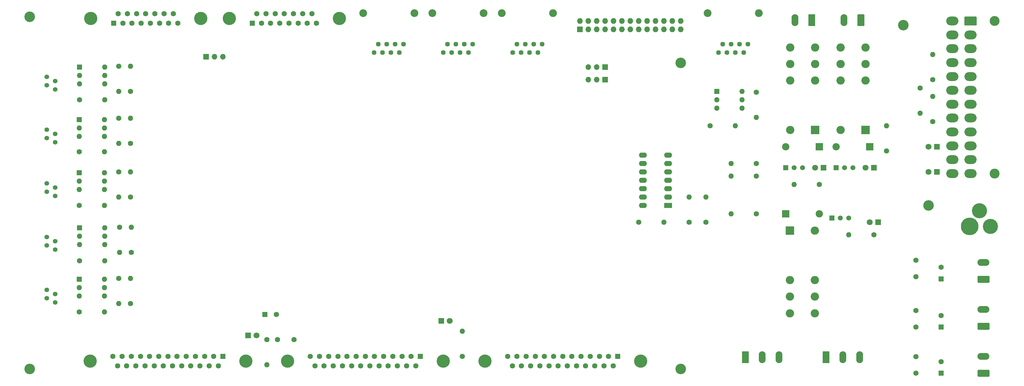
<source format=gbr>
G04 #@! TF.GenerationSoftware,KiCad,Pcbnew,5.1.5-52549c5~86~ubuntu18.04.1*
G04 #@! TF.CreationDate,2020-04-28T19:14:53+01:00*
G04 #@! TF.ProjectId,UnifiedBreakout,556e6966-6965-4644-9272-65616b6f7574,rev?*
G04 #@! TF.SameCoordinates,Original*
G04 #@! TF.FileFunction,Soldermask,Bot*
G04 #@! TF.FilePolarity,Negative*
%FSLAX46Y46*%
G04 Gerber Fmt 4.6, Leading zero omitted, Abs format (unit mm)*
G04 Created by KiCad (PCBNEW 5.1.5-52549c5~86~ubuntu18.04.1) date 2020-04-28 19:14:53*
%MOMM*%
%LPD*%
G04 APERTURE LIST*
%ADD10R,1.600000X1.600000*%
%ADD11C,1.600000*%
%ADD12C,4.000000*%
%ADD13C,2.355000*%
%ADD14C,1.446000*%
%ADD15O,1.600000X1.600000*%
%ADD16C,3.200000*%
%ADD17O,1.727200X1.727200*%
%ADD18R,1.727200X1.727200*%
%ADD19C,4.575000*%
%ADD20C,5.340000*%
%ADD21C,1.400000*%
%ADD22O,2.080000X3.600000*%
%ADD23C,0.100000*%
%ADD24C,3.000000*%
%ADD25O,3.700000X2.700000*%
%ADD26O,2.400000X1.600000*%
%ADD27R,2.400000X1.600000*%
%ADD28O,2.500000X2.500000*%
%ADD29R,2.500000X2.500000*%
%ADD30R,1.500000X1.500000*%
%ADD31C,1.500000*%
%ADD32O,1.700000X1.700000*%
%ADD33R,1.700000X1.700000*%
%ADD34O,3.600000X2.080000*%
%ADD35O,2.200000X2.200000*%
%ADD36R,2.200000X2.200000*%
%ADD37C,1.800000*%
%ADD38R,1.800000X1.800000*%
G04 APERTURE END LIST*
D10*
X59690000Y-116205000D03*
D11*
X62460000Y-116205000D03*
X65230000Y-116205000D03*
X68000000Y-116205000D03*
X70770000Y-116205000D03*
X73540000Y-116205000D03*
X76310000Y-116205000D03*
X79080000Y-116205000D03*
X61075000Y-113365000D03*
X63845000Y-113365000D03*
X66615000Y-113365000D03*
X69385000Y-113365000D03*
X72155000Y-113365000D03*
X74925000Y-113365000D03*
X77695000Y-113365000D03*
D12*
X86035000Y-114785000D03*
X52735000Y-114785000D03*
D10*
X17780000Y-116205000D03*
D11*
X20550000Y-116205000D03*
X23320000Y-116205000D03*
X26090000Y-116205000D03*
X28860000Y-116205000D03*
X31630000Y-116205000D03*
X34400000Y-116205000D03*
X37170000Y-116205000D03*
X19165000Y-113365000D03*
X21935000Y-113365000D03*
X24705000Y-113365000D03*
X27475000Y-113365000D03*
X30245000Y-113365000D03*
X33015000Y-113365000D03*
X35785000Y-113365000D03*
D12*
X44125000Y-114785000D03*
X10825000Y-114785000D03*
D13*
X212850000Y-113155000D03*
X197360000Y-113155000D03*
D14*
X200660000Y-125095000D03*
X201930000Y-122555000D03*
X203200000Y-125095000D03*
X204470000Y-122555000D03*
X205740000Y-125095000D03*
X207010000Y-122555000D03*
X208280000Y-125095000D03*
X209550000Y-122555000D03*
D15*
X15113000Y-139446000D03*
D11*
X7493000Y-139446000D03*
D15*
X14986000Y-171450000D03*
D11*
X7366000Y-171450000D03*
D15*
X15113000Y-188214000D03*
D11*
X7493000Y-188214000D03*
D15*
X14986000Y-155194000D03*
D11*
X7366000Y-155194000D03*
D15*
X23114000Y-178054000D03*
D11*
X23114000Y-185674000D03*
D15*
X22860000Y-193548000D03*
D11*
X22860000Y-201168000D03*
D15*
X22860000Y-161290000D03*
D11*
X22860000Y-168910000D03*
D15*
X22860000Y-145034000D03*
D11*
X22860000Y-152654000D03*
D15*
X22860000Y-129286000D03*
D11*
X22860000Y-136906000D03*
D15*
X191770000Y-168910000D03*
D11*
X191770000Y-176530000D03*
D15*
X196850000Y-168910000D03*
D11*
X196850000Y-176530000D03*
D15*
X184150000Y-176530000D03*
D11*
X176530000Y-176530000D03*
D15*
X19558000Y-185674000D03*
D11*
X19558000Y-178054000D03*
D15*
X19304000Y-201168000D03*
D11*
X19304000Y-193548000D03*
D15*
X14986000Y-203708000D03*
D11*
X7366000Y-203708000D03*
D15*
X19304000Y-168910000D03*
D11*
X19304000Y-161290000D03*
D15*
X19304000Y-152654000D03*
D11*
X19304000Y-145034000D03*
D15*
X19304000Y-136906000D03*
D11*
X19304000Y-129286000D03*
D15*
X223520000Y-165100000D03*
D11*
X231140000Y-165100000D03*
D15*
X204470000Y-158750000D03*
D11*
X212090000Y-158750000D03*
D15*
X251460000Y-147320000D03*
D11*
X251460000Y-154940000D03*
D15*
X204470000Y-162560000D03*
D11*
X212090000Y-162560000D03*
D15*
X240030000Y-180340000D03*
D11*
X247650000Y-180340000D03*
D15*
X204470000Y-173990000D03*
D11*
X212090000Y-173990000D03*
D15*
X205740000Y-147320000D03*
D11*
X198120000Y-147320000D03*
D15*
X212090000Y-144780000D03*
D11*
X212090000Y-137160000D03*
D15*
X261620000Y-143510000D03*
D11*
X261620000Y-135890000D03*
D15*
X265430000Y-138430000D03*
D11*
X265430000Y-146050000D03*
D15*
X123190000Y-209550000D03*
D11*
X123190000Y-217170000D03*
D15*
X64135000Y-219710000D03*
D11*
X64135000Y-212090000D03*
D15*
X265430000Y-125730000D03*
D11*
X265430000Y-133350000D03*
X72310000Y-212090000D03*
X67310000Y-212090000D03*
X260350000Y-203280000D03*
X260350000Y-208280000D03*
X260350000Y-188040000D03*
X260350000Y-193040000D03*
X260350000Y-217250000D03*
X260350000Y-222250000D03*
D16*
X264160000Y-171450000D03*
X189230000Y-128270000D03*
D12*
X177110000Y-218590000D03*
X130010000Y-218590000D03*
D11*
X138325000Y-220010000D03*
X141095000Y-220010000D03*
X143865000Y-220010000D03*
X146635000Y-220010000D03*
X149405000Y-220010000D03*
X152175000Y-220010000D03*
X154945000Y-220010000D03*
X157715000Y-220010000D03*
X160485000Y-220010000D03*
X163255000Y-220010000D03*
X166025000Y-220010000D03*
X168795000Y-220010000D03*
X136940000Y-217170000D03*
X139710000Y-217170000D03*
X142480000Y-217170000D03*
X145250000Y-217170000D03*
X148020000Y-217170000D03*
X150790000Y-217170000D03*
X153560000Y-217170000D03*
X156330000Y-217170000D03*
X159100000Y-217170000D03*
X161870000Y-217170000D03*
X164640000Y-217170000D03*
X167410000Y-217170000D03*
D10*
X170180000Y-217170000D03*
D12*
X117420000Y-218590000D03*
X70320000Y-218590000D03*
D11*
X78635000Y-220010000D03*
X81405000Y-220010000D03*
X84175000Y-220010000D03*
X86945000Y-220010000D03*
X89715000Y-220010000D03*
X92485000Y-220010000D03*
X95255000Y-220010000D03*
X98025000Y-220010000D03*
X100795000Y-220010000D03*
X103565000Y-220010000D03*
X106335000Y-220010000D03*
X109105000Y-220010000D03*
X77250000Y-217170000D03*
X80020000Y-217170000D03*
X82790000Y-217170000D03*
X85560000Y-217170000D03*
X88330000Y-217170000D03*
X91100000Y-217170000D03*
X93870000Y-217170000D03*
X96640000Y-217170000D03*
X99410000Y-217170000D03*
X102180000Y-217170000D03*
X104950000Y-217170000D03*
X107720000Y-217170000D03*
D10*
X110490000Y-217170000D03*
D17*
X189230000Y-115570000D03*
X189230000Y-118110000D03*
X186690000Y-115570000D03*
X186690000Y-118110000D03*
X184150000Y-115570000D03*
X184150000Y-118110000D03*
X181610000Y-115570000D03*
X181610000Y-118110000D03*
X179070000Y-115570000D03*
X179070000Y-118110000D03*
X176530000Y-115570000D03*
X176530000Y-118110000D03*
X173990000Y-115570000D03*
X173990000Y-118110000D03*
X171450000Y-115570000D03*
X171450000Y-118110000D03*
X168910000Y-115570000D03*
X168910000Y-118110000D03*
X166370000Y-115570000D03*
X166370000Y-118110000D03*
X163830000Y-115570000D03*
X163830000Y-118110000D03*
X161290000Y-115570000D03*
X161290000Y-118110000D03*
X158750000Y-115570000D03*
D18*
X158750000Y-118110000D03*
D11*
X67000000Y-204470000D03*
D10*
X63500000Y-204470000D03*
D11*
X267970000Y-204780000D03*
D10*
X267970000Y-208280000D03*
D11*
X267970000Y-190175000D03*
D10*
X267970000Y-193675000D03*
D11*
X267970000Y-218750000D03*
D10*
X267970000Y-222250000D03*
D19*
X282856000Y-177800000D03*
X279606000Y-173000000D03*
D20*
X276606000Y-177800000D03*
D21*
X127000Y-184785000D03*
X-2413000Y-183515000D03*
X127000Y-182245000D03*
X-2413000Y-180975000D03*
X127000Y-200787000D03*
X-2413000Y-199517000D03*
X127000Y-198247000D03*
X-2413000Y-196977000D03*
X127000Y-168529000D03*
X-2413000Y-167259000D03*
X127000Y-165989000D03*
X-2413000Y-164719000D03*
X127000Y-152273000D03*
X-2413000Y-151003000D03*
X127000Y-149733000D03*
X-2413000Y-148463000D03*
X127000Y-136271000D03*
X-2413000Y-135001000D03*
X127000Y-133731000D03*
X-2413000Y-132461000D03*
D14*
X105410000Y-122555000D03*
X104140000Y-125095000D03*
X102870000Y-122555000D03*
X101600000Y-125095000D03*
X100330000Y-122555000D03*
X99060000Y-125095000D03*
X97790000Y-122555000D03*
X96520000Y-125095000D03*
D13*
X93220000Y-113155000D03*
X108710000Y-113155000D03*
D14*
X126365000Y-122555000D03*
X125095000Y-125095000D03*
X123825000Y-122555000D03*
X122555000Y-125095000D03*
X121285000Y-122555000D03*
X120015000Y-125095000D03*
X118745000Y-122555000D03*
X117475000Y-125095000D03*
D13*
X114175000Y-113155000D03*
X129665000Y-113155000D03*
D14*
X147320000Y-122555000D03*
X146050000Y-125095000D03*
X144780000Y-122555000D03*
X143510000Y-125095000D03*
X142240000Y-122555000D03*
X140970000Y-125095000D03*
X139700000Y-122555000D03*
X138430000Y-125095000D03*
D13*
X135130000Y-113155000D03*
X150620000Y-113155000D03*
D16*
X189230000Y-220980000D03*
X256540000Y-116840000D03*
X-7620000Y-220980000D03*
X-7620000Y-114300000D03*
D22*
X218948000Y-217424000D03*
X213868000Y-217424000D03*
D23*
G36*
X209602505Y-215625204D02*
G01*
X209626773Y-215628804D01*
X209650572Y-215634765D01*
X209673671Y-215643030D01*
X209695850Y-215653520D01*
X209716893Y-215666132D01*
X209736599Y-215680747D01*
X209754777Y-215697223D01*
X209771253Y-215715401D01*
X209785868Y-215735107D01*
X209798480Y-215756150D01*
X209808970Y-215778329D01*
X209817235Y-215801428D01*
X209823196Y-215825227D01*
X209826796Y-215849495D01*
X209828000Y-215873999D01*
X209828000Y-218974001D01*
X209826796Y-218998505D01*
X209823196Y-219022773D01*
X209817235Y-219046572D01*
X209808970Y-219069671D01*
X209798480Y-219091850D01*
X209785868Y-219112893D01*
X209771253Y-219132599D01*
X209754777Y-219150777D01*
X209736599Y-219167253D01*
X209716893Y-219181868D01*
X209695850Y-219194480D01*
X209673671Y-219204970D01*
X209650572Y-219213235D01*
X209626773Y-219219196D01*
X209602505Y-219222796D01*
X209578001Y-219224000D01*
X207997999Y-219224000D01*
X207973495Y-219222796D01*
X207949227Y-219219196D01*
X207925428Y-219213235D01*
X207902329Y-219204970D01*
X207880150Y-219194480D01*
X207859107Y-219181868D01*
X207839401Y-219167253D01*
X207821223Y-219150777D01*
X207804747Y-219132599D01*
X207790132Y-219112893D01*
X207777520Y-219091850D01*
X207767030Y-219069671D01*
X207758765Y-219046572D01*
X207752804Y-219022773D01*
X207749204Y-218998505D01*
X207748000Y-218974001D01*
X207748000Y-215873999D01*
X207749204Y-215849495D01*
X207752804Y-215825227D01*
X207758765Y-215801428D01*
X207767030Y-215778329D01*
X207777520Y-215756150D01*
X207790132Y-215735107D01*
X207804747Y-215715401D01*
X207821223Y-215697223D01*
X207839401Y-215680747D01*
X207859107Y-215666132D01*
X207880150Y-215653520D01*
X207902329Y-215643030D01*
X207925428Y-215634765D01*
X207949227Y-215628804D01*
X207973495Y-215625204D01*
X207997999Y-215624000D01*
X209578001Y-215624000D01*
X209602505Y-215625204D01*
G37*
D22*
X243332000Y-217424000D03*
X238252000Y-217424000D03*
D23*
G36*
X233986505Y-215625204D02*
G01*
X234010773Y-215628804D01*
X234034572Y-215634765D01*
X234057671Y-215643030D01*
X234079850Y-215653520D01*
X234100893Y-215666132D01*
X234120599Y-215680747D01*
X234138777Y-215697223D01*
X234155253Y-215715401D01*
X234169868Y-215735107D01*
X234182480Y-215756150D01*
X234192970Y-215778329D01*
X234201235Y-215801428D01*
X234207196Y-215825227D01*
X234210796Y-215849495D01*
X234212000Y-215873999D01*
X234212000Y-218974001D01*
X234210796Y-218998505D01*
X234207196Y-219022773D01*
X234201235Y-219046572D01*
X234192970Y-219069671D01*
X234182480Y-219091850D01*
X234169868Y-219112893D01*
X234155253Y-219132599D01*
X234138777Y-219150777D01*
X234120599Y-219167253D01*
X234100893Y-219181868D01*
X234079850Y-219194480D01*
X234057671Y-219204970D01*
X234034572Y-219213235D01*
X234010773Y-219219196D01*
X233986505Y-219222796D01*
X233962001Y-219224000D01*
X232381999Y-219224000D01*
X232357495Y-219222796D01*
X232333227Y-219219196D01*
X232309428Y-219213235D01*
X232286329Y-219204970D01*
X232264150Y-219194480D01*
X232243107Y-219181868D01*
X232223401Y-219167253D01*
X232205223Y-219150777D01*
X232188747Y-219132599D01*
X232174132Y-219112893D01*
X232161520Y-219091850D01*
X232151030Y-219069671D01*
X232142765Y-219046572D01*
X232136804Y-219022773D01*
X232133204Y-218998505D01*
X232132000Y-218974001D01*
X232132000Y-215873999D01*
X232133204Y-215849495D01*
X232136804Y-215825227D01*
X232142765Y-215801428D01*
X232151030Y-215778329D01*
X232161520Y-215756150D01*
X232174132Y-215735107D01*
X232188747Y-215715401D01*
X232205223Y-215697223D01*
X232223401Y-215680747D01*
X232243107Y-215666132D01*
X232264150Y-215653520D01*
X232286329Y-215643030D01*
X232309428Y-215634765D01*
X232333227Y-215628804D01*
X232357495Y-215625204D01*
X232381999Y-215624000D01*
X233962001Y-215624000D01*
X233986505Y-215625204D01*
G37*
D22*
X223774000Y-115316000D03*
D23*
G36*
X229668505Y-113517204D02*
G01*
X229692773Y-113520804D01*
X229716572Y-113526765D01*
X229739671Y-113535030D01*
X229761850Y-113545520D01*
X229782893Y-113558132D01*
X229802599Y-113572747D01*
X229820777Y-113589223D01*
X229837253Y-113607401D01*
X229851868Y-113627107D01*
X229864480Y-113648150D01*
X229874970Y-113670329D01*
X229883235Y-113693428D01*
X229889196Y-113717227D01*
X229892796Y-113741495D01*
X229894000Y-113765999D01*
X229894000Y-116866001D01*
X229892796Y-116890505D01*
X229889196Y-116914773D01*
X229883235Y-116938572D01*
X229874970Y-116961671D01*
X229864480Y-116983850D01*
X229851868Y-117004893D01*
X229837253Y-117024599D01*
X229820777Y-117042777D01*
X229802599Y-117059253D01*
X229782893Y-117073868D01*
X229761850Y-117086480D01*
X229739671Y-117096970D01*
X229716572Y-117105235D01*
X229692773Y-117111196D01*
X229668505Y-117114796D01*
X229644001Y-117116000D01*
X228063999Y-117116000D01*
X228039495Y-117114796D01*
X228015227Y-117111196D01*
X227991428Y-117105235D01*
X227968329Y-117096970D01*
X227946150Y-117086480D01*
X227925107Y-117073868D01*
X227905401Y-117059253D01*
X227887223Y-117042777D01*
X227870747Y-117024599D01*
X227856132Y-117004893D01*
X227843520Y-116983850D01*
X227833030Y-116961671D01*
X227824765Y-116938572D01*
X227818804Y-116914773D01*
X227815204Y-116890505D01*
X227814000Y-116866001D01*
X227814000Y-113765999D01*
X227815204Y-113741495D01*
X227818804Y-113717227D01*
X227824765Y-113693428D01*
X227833030Y-113670329D01*
X227843520Y-113648150D01*
X227856132Y-113627107D01*
X227870747Y-113607401D01*
X227887223Y-113589223D01*
X227905401Y-113572747D01*
X227925107Y-113558132D01*
X227946150Y-113545520D01*
X227968329Y-113535030D01*
X227991428Y-113526765D01*
X228015227Y-113520804D01*
X228039495Y-113517204D01*
X228063999Y-113516000D01*
X229644001Y-113516000D01*
X229668505Y-113517204D01*
G37*
D22*
X238633000Y-115316000D03*
D23*
G36*
X244527505Y-113517204D02*
G01*
X244551773Y-113520804D01*
X244575572Y-113526765D01*
X244598671Y-113535030D01*
X244620850Y-113545520D01*
X244641893Y-113558132D01*
X244661599Y-113572747D01*
X244679777Y-113589223D01*
X244696253Y-113607401D01*
X244710868Y-113627107D01*
X244723480Y-113648150D01*
X244733970Y-113670329D01*
X244742235Y-113693428D01*
X244748196Y-113717227D01*
X244751796Y-113741495D01*
X244753000Y-113765999D01*
X244753000Y-116866001D01*
X244751796Y-116890505D01*
X244748196Y-116914773D01*
X244742235Y-116938572D01*
X244733970Y-116961671D01*
X244723480Y-116983850D01*
X244710868Y-117004893D01*
X244696253Y-117024599D01*
X244679777Y-117042777D01*
X244661599Y-117059253D01*
X244641893Y-117073868D01*
X244620850Y-117086480D01*
X244598671Y-117096970D01*
X244575572Y-117105235D01*
X244551773Y-117111196D01*
X244527505Y-117114796D01*
X244503001Y-117116000D01*
X242922999Y-117116000D01*
X242898495Y-117114796D01*
X242874227Y-117111196D01*
X242850428Y-117105235D01*
X242827329Y-117096970D01*
X242805150Y-117086480D01*
X242784107Y-117073868D01*
X242764401Y-117059253D01*
X242746223Y-117042777D01*
X242729747Y-117024599D01*
X242715132Y-117004893D01*
X242702520Y-116983850D01*
X242692030Y-116961671D01*
X242683765Y-116938572D01*
X242677804Y-116914773D01*
X242674204Y-116890505D01*
X242673000Y-116866001D01*
X242673000Y-113765999D01*
X242674204Y-113741495D01*
X242677804Y-113717227D01*
X242683765Y-113693428D01*
X242692030Y-113670329D01*
X242702520Y-113648150D01*
X242715132Y-113627107D01*
X242729747Y-113607401D01*
X242746223Y-113589223D01*
X242764401Y-113572747D01*
X242784107Y-113558132D01*
X242805150Y-113545520D01*
X242827329Y-113535030D01*
X242850428Y-113526765D01*
X242874227Y-113520804D01*
X242898495Y-113517204D01*
X242922999Y-113516000D01*
X244503001Y-113516000D01*
X244527505Y-113517204D01*
G37*
D24*
X284160000Y-161770000D03*
X284160000Y-115570000D03*
D25*
X271360000Y-161770000D03*
X271360000Y-157570000D03*
X271360000Y-153370000D03*
X271360000Y-149170000D03*
X271360000Y-144970000D03*
X271360000Y-140770000D03*
X271360000Y-136570000D03*
X271360000Y-132370000D03*
X271360000Y-128170000D03*
X271360000Y-123970000D03*
X271360000Y-119770000D03*
X271360000Y-115570000D03*
X276860000Y-161770000D03*
X276860000Y-157570000D03*
X276860000Y-153370000D03*
X276860000Y-149170000D03*
X276860000Y-144970000D03*
X276860000Y-140770000D03*
X276860000Y-136570000D03*
X276860000Y-132370000D03*
X276860000Y-128170000D03*
X276860000Y-123970000D03*
X276860000Y-119770000D03*
D23*
G36*
X278484503Y-114221204D02*
G01*
X278508772Y-114224804D01*
X278532570Y-114230765D01*
X278555670Y-114239030D01*
X278577849Y-114249520D01*
X278598892Y-114262133D01*
X278618598Y-114276748D01*
X278636776Y-114293224D01*
X278653252Y-114311402D01*
X278667867Y-114331108D01*
X278680480Y-114352151D01*
X278690970Y-114374330D01*
X278699235Y-114397430D01*
X278705196Y-114421228D01*
X278708796Y-114445497D01*
X278710000Y-114470001D01*
X278710000Y-116669999D01*
X278708796Y-116694503D01*
X278705196Y-116718772D01*
X278699235Y-116742570D01*
X278690970Y-116765670D01*
X278680480Y-116787849D01*
X278667867Y-116808892D01*
X278653252Y-116828598D01*
X278636776Y-116846776D01*
X278618598Y-116863252D01*
X278598892Y-116877867D01*
X278577849Y-116890480D01*
X278555670Y-116900970D01*
X278532570Y-116909235D01*
X278508772Y-116915196D01*
X278484503Y-116918796D01*
X278459999Y-116920000D01*
X275260001Y-116920000D01*
X275235497Y-116918796D01*
X275211228Y-116915196D01*
X275187430Y-116909235D01*
X275164330Y-116900970D01*
X275142151Y-116890480D01*
X275121108Y-116877867D01*
X275101402Y-116863252D01*
X275083224Y-116846776D01*
X275066748Y-116828598D01*
X275052133Y-116808892D01*
X275039520Y-116787849D01*
X275029030Y-116765670D01*
X275020765Y-116742570D01*
X275014804Y-116718772D01*
X275011204Y-116694503D01*
X275010000Y-116669999D01*
X275010000Y-114470001D01*
X275011204Y-114445497D01*
X275014804Y-114421228D01*
X275020765Y-114397430D01*
X275029030Y-114374330D01*
X275039520Y-114352151D01*
X275052133Y-114331108D01*
X275066748Y-114311402D01*
X275083224Y-114293224D01*
X275101402Y-114276748D01*
X275121108Y-114262133D01*
X275142151Y-114249520D01*
X275164330Y-114239030D01*
X275187430Y-114230765D01*
X275211228Y-114224804D01*
X275235497Y-114221204D01*
X275260001Y-114220000D01*
X278459999Y-114220000D01*
X278484503Y-114221204D01*
G37*
D26*
X177800000Y-171450000D03*
X185420000Y-156210000D03*
X177800000Y-168910000D03*
X185420000Y-158750000D03*
X177800000Y-166370000D03*
X185420000Y-161290000D03*
X177800000Y-163830000D03*
X185420000Y-163830000D03*
X177800000Y-161290000D03*
X185420000Y-166370000D03*
X177800000Y-158750000D03*
X185420000Y-168910000D03*
X177800000Y-156210000D03*
D27*
X185420000Y-171450000D03*
D15*
X15113000Y-178181000D03*
X7493000Y-183261000D03*
X15113000Y-180721000D03*
X7493000Y-180721000D03*
X15113000Y-183261000D03*
D10*
X7493000Y-178181000D03*
D15*
X14986000Y-193802000D03*
X7366000Y-198882000D03*
X14986000Y-196342000D03*
X7366000Y-196342000D03*
X14986000Y-198882000D03*
D10*
X7366000Y-193802000D03*
D15*
X14986000Y-161544000D03*
X7366000Y-166624000D03*
X14986000Y-164084000D03*
X7366000Y-164084000D03*
X14986000Y-166624000D03*
D10*
X7366000Y-161544000D03*
D15*
X14986000Y-145415000D03*
X7366000Y-150495000D03*
X14986000Y-147955000D03*
X7366000Y-147955000D03*
X14986000Y-150495000D03*
D10*
X7366000Y-145415000D03*
D15*
X15113000Y-129540000D03*
X7493000Y-134620000D03*
X15113000Y-132080000D03*
X7493000Y-132080000D03*
X15113000Y-134620000D03*
D10*
X7493000Y-129540000D03*
D15*
X207772000Y-136906000D03*
X200152000Y-141986000D03*
X207772000Y-139446000D03*
X200152000Y-139446000D03*
X207772000Y-141986000D03*
D10*
X200152000Y-136906000D03*
D28*
X222370000Y-148590000D03*
X222370000Y-133590000D03*
X222370000Y-128590000D03*
X222370000Y-123590000D03*
X229870000Y-123590000D03*
X229870000Y-128590000D03*
X229870000Y-133590000D03*
D29*
X229870000Y-148590000D03*
D28*
X237610000Y-148590000D03*
X237610000Y-133590000D03*
X237610000Y-128590000D03*
X237610000Y-123590000D03*
X245110000Y-123590000D03*
X245110000Y-128590000D03*
X245110000Y-133590000D03*
D29*
X245110000Y-148590000D03*
D28*
X229750000Y-179070000D03*
X229750000Y-194070000D03*
X229750000Y-199070000D03*
X229750000Y-204070000D03*
X222250000Y-204070000D03*
X222250000Y-199070000D03*
X222250000Y-194070000D03*
D29*
X222250000Y-179070000D03*
D30*
X220980000Y-160020000D03*
D31*
X226060000Y-160020000D03*
X223520000Y-160020000D03*
D30*
X236220000Y-160020000D03*
D31*
X241300000Y-160020000D03*
X238760000Y-160020000D03*
D30*
X234950000Y-175260000D03*
D31*
X240030000Y-175260000D03*
X237490000Y-175260000D03*
D32*
X161290000Y-133350000D03*
X163830000Y-133350000D03*
D33*
X166370000Y-133350000D03*
D32*
X161290000Y-129540000D03*
X163830000Y-129540000D03*
D33*
X166370000Y-129540000D03*
D32*
X50800000Y-126365000D03*
X48260000Y-126365000D03*
D33*
X45720000Y-126365000D03*
D12*
X57730000Y-218590000D03*
X10630000Y-218590000D03*
D11*
X18945000Y-220010000D03*
X21715000Y-220010000D03*
X24485000Y-220010000D03*
X27255000Y-220010000D03*
X30025000Y-220010000D03*
X32795000Y-220010000D03*
X35565000Y-220010000D03*
X38335000Y-220010000D03*
X41105000Y-220010000D03*
X43875000Y-220010000D03*
X46645000Y-220010000D03*
X49415000Y-220010000D03*
X17560000Y-217170000D03*
X20330000Y-217170000D03*
X23100000Y-217170000D03*
X25870000Y-217170000D03*
X28640000Y-217170000D03*
X31410000Y-217170000D03*
X34180000Y-217170000D03*
X36950000Y-217170000D03*
X39720000Y-217170000D03*
X42490000Y-217170000D03*
X45260000Y-217170000D03*
X48030000Y-217170000D03*
D10*
X50800000Y-217170000D03*
D34*
X280797000Y-202946000D03*
D23*
G36*
X282371505Y-206987204D02*
G01*
X282395773Y-206990804D01*
X282419572Y-206996765D01*
X282442671Y-207005030D01*
X282464850Y-207015520D01*
X282485893Y-207028132D01*
X282505599Y-207042747D01*
X282523777Y-207059223D01*
X282540253Y-207077401D01*
X282554868Y-207097107D01*
X282567480Y-207118150D01*
X282577970Y-207140329D01*
X282586235Y-207163428D01*
X282592196Y-207187227D01*
X282595796Y-207211495D01*
X282597000Y-207235999D01*
X282597000Y-208816001D01*
X282595796Y-208840505D01*
X282592196Y-208864773D01*
X282586235Y-208888572D01*
X282577970Y-208911671D01*
X282567480Y-208933850D01*
X282554868Y-208954893D01*
X282540253Y-208974599D01*
X282523777Y-208992777D01*
X282505599Y-209009253D01*
X282485893Y-209023868D01*
X282464850Y-209036480D01*
X282442671Y-209046970D01*
X282419572Y-209055235D01*
X282395773Y-209061196D01*
X282371505Y-209064796D01*
X282347001Y-209066000D01*
X279246999Y-209066000D01*
X279222495Y-209064796D01*
X279198227Y-209061196D01*
X279174428Y-209055235D01*
X279151329Y-209046970D01*
X279129150Y-209036480D01*
X279108107Y-209023868D01*
X279088401Y-209009253D01*
X279070223Y-208992777D01*
X279053747Y-208974599D01*
X279039132Y-208954893D01*
X279026520Y-208933850D01*
X279016030Y-208911671D01*
X279007765Y-208888572D01*
X279001804Y-208864773D01*
X278998204Y-208840505D01*
X278997000Y-208816001D01*
X278997000Y-207235999D01*
X278998204Y-207211495D01*
X279001804Y-207187227D01*
X279007765Y-207163428D01*
X279016030Y-207140329D01*
X279026520Y-207118150D01*
X279039132Y-207097107D01*
X279053747Y-207077401D01*
X279070223Y-207059223D01*
X279088401Y-207042747D01*
X279108107Y-207028132D01*
X279129150Y-207015520D01*
X279151329Y-207005030D01*
X279174428Y-206996765D01*
X279198227Y-206990804D01*
X279222495Y-206987204D01*
X279246999Y-206986000D01*
X282347001Y-206986000D01*
X282371505Y-206987204D01*
G37*
D34*
X280797000Y-188722000D03*
D23*
G36*
X282371505Y-192763204D02*
G01*
X282395773Y-192766804D01*
X282419572Y-192772765D01*
X282442671Y-192781030D01*
X282464850Y-192791520D01*
X282485893Y-192804132D01*
X282505599Y-192818747D01*
X282523777Y-192835223D01*
X282540253Y-192853401D01*
X282554868Y-192873107D01*
X282567480Y-192894150D01*
X282577970Y-192916329D01*
X282586235Y-192939428D01*
X282592196Y-192963227D01*
X282595796Y-192987495D01*
X282597000Y-193011999D01*
X282597000Y-194592001D01*
X282595796Y-194616505D01*
X282592196Y-194640773D01*
X282586235Y-194664572D01*
X282577970Y-194687671D01*
X282567480Y-194709850D01*
X282554868Y-194730893D01*
X282540253Y-194750599D01*
X282523777Y-194768777D01*
X282505599Y-194785253D01*
X282485893Y-194799868D01*
X282464850Y-194812480D01*
X282442671Y-194822970D01*
X282419572Y-194831235D01*
X282395773Y-194837196D01*
X282371505Y-194840796D01*
X282347001Y-194842000D01*
X279246999Y-194842000D01*
X279222495Y-194840796D01*
X279198227Y-194837196D01*
X279174428Y-194831235D01*
X279151329Y-194822970D01*
X279129150Y-194812480D01*
X279108107Y-194799868D01*
X279088401Y-194785253D01*
X279070223Y-194768777D01*
X279053747Y-194750599D01*
X279039132Y-194730893D01*
X279026520Y-194709850D01*
X279016030Y-194687671D01*
X279007765Y-194664572D01*
X279001804Y-194640773D01*
X278998204Y-194616505D01*
X278997000Y-194592001D01*
X278997000Y-193011999D01*
X278998204Y-192987495D01*
X279001804Y-192963227D01*
X279007765Y-192939428D01*
X279016030Y-192916329D01*
X279026520Y-192894150D01*
X279039132Y-192873107D01*
X279053747Y-192853401D01*
X279070223Y-192835223D01*
X279088401Y-192818747D01*
X279108107Y-192804132D01*
X279129150Y-192791520D01*
X279151329Y-192781030D01*
X279174428Y-192772765D01*
X279198227Y-192766804D01*
X279222495Y-192763204D01*
X279246999Y-192762000D01*
X282347001Y-192762000D01*
X282371505Y-192763204D01*
G37*
D34*
X280797000Y-217170000D03*
D23*
G36*
X282371505Y-221211204D02*
G01*
X282395773Y-221214804D01*
X282419572Y-221220765D01*
X282442671Y-221229030D01*
X282464850Y-221239520D01*
X282485893Y-221252132D01*
X282505599Y-221266747D01*
X282523777Y-221283223D01*
X282540253Y-221301401D01*
X282554868Y-221321107D01*
X282567480Y-221342150D01*
X282577970Y-221364329D01*
X282586235Y-221387428D01*
X282592196Y-221411227D01*
X282595796Y-221435495D01*
X282597000Y-221459999D01*
X282597000Y-223040001D01*
X282595796Y-223064505D01*
X282592196Y-223088773D01*
X282586235Y-223112572D01*
X282577970Y-223135671D01*
X282567480Y-223157850D01*
X282554868Y-223178893D01*
X282540253Y-223198599D01*
X282523777Y-223216777D01*
X282505599Y-223233253D01*
X282485893Y-223247868D01*
X282464850Y-223260480D01*
X282442671Y-223270970D01*
X282419572Y-223279235D01*
X282395773Y-223285196D01*
X282371505Y-223288796D01*
X282347001Y-223290000D01*
X279246999Y-223290000D01*
X279222495Y-223288796D01*
X279198227Y-223285196D01*
X279174428Y-223279235D01*
X279151329Y-223270970D01*
X279129150Y-223260480D01*
X279108107Y-223247868D01*
X279088401Y-223233253D01*
X279070223Y-223216777D01*
X279053747Y-223198599D01*
X279039132Y-223178893D01*
X279026520Y-223157850D01*
X279016030Y-223135671D01*
X279007765Y-223112572D01*
X279001804Y-223088773D01*
X278998204Y-223064505D01*
X278997000Y-223040001D01*
X278997000Y-221459999D01*
X278998204Y-221435495D01*
X279001804Y-221411227D01*
X279007765Y-221387428D01*
X279016030Y-221364329D01*
X279026520Y-221342150D01*
X279039132Y-221321107D01*
X279053747Y-221301401D01*
X279070223Y-221283223D01*
X279088401Y-221266747D01*
X279108107Y-221252132D01*
X279129150Y-221239520D01*
X279151329Y-221229030D01*
X279174428Y-221220765D01*
X279198227Y-221214804D01*
X279222495Y-221211204D01*
X279246999Y-221210000D01*
X282347001Y-221210000D01*
X282371505Y-221211204D01*
G37*
D35*
X220980000Y-153670000D03*
D36*
X231140000Y-153670000D03*
D37*
X229870000Y-160020000D03*
D38*
X232410000Y-160020000D03*
D35*
X236220000Y-153670000D03*
D36*
X246380000Y-153670000D03*
D37*
X245110000Y-160020000D03*
D38*
X247650000Y-160020000D03*
D35*
X231140000Y-173990000D03*
D36*
X220980000Y-173990000D03*
D37*
X246380000Y-176530000D03*
D38*
X248920000Y-176530000D03*
D37*
X264160000Y-153670000D03*
D38*
X266700000Y-153670000D03*
D37*
X264160000Y-161290000D03*
D38*
X266700000Y-161290000D03*
D37*
X119380000Y-206375000D03*
D38*
X116840000Y-206375000D03*
D37*
X60960000Y-210820000D03*
D38*
X58420000Y-210820000D03*
M02*

</source>
